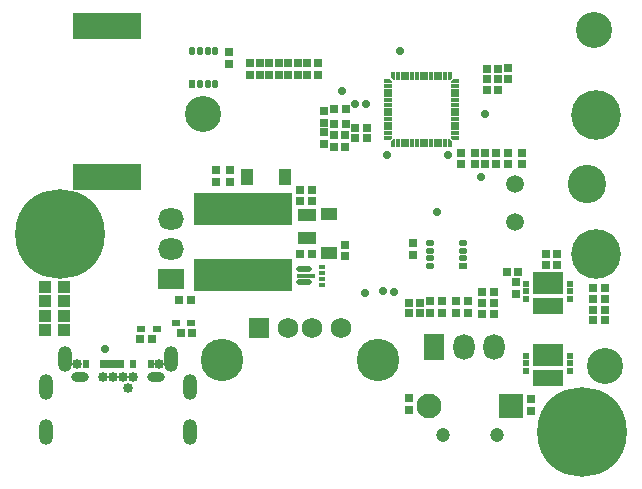
<source format=gts>
G04*
G04 #@! TF.GenerationSoftware,Altium Limited,Altium Designer,20.0.7 (75)*
G04*
G04 Layer_Color=8388736*
%FSLAX44Y44*%
%MOMM*%
G71*
G01*
G75*
%ADD34R,0.3000X0.2500*%
%ADD35R,0.2500X0.3000*%
%ADD45R,0.5500X0.8000*%
%ADD46R,0.6800X0.6000*%
%ADD47R,1.1100X1.4200*%
%ADD48R,1.4200X1.1100*%
%ADD49R,1.0000X1.0000*%
%ADD50R,0.8000X0.7000*%
%ADD51R,0.7000X0.8000*%
%ADD52R,0.7000X0.7000*%
%ADD53R,0.7000X0.7000*%
%ADD54R,1.5000X1.1000*%
%ADD55C,0.7000*%
%ADD56R,5.8000X2.2000*%
%ADD57R,8.4000X2.8000*%
%ADD58R,0.5400X0.7400*%
%ADD59O,0.5400X0.7400*%
%ADD60R,0.6900X0.3100*%
%ADD61R,0.3100X0.6900*%
%ADD62O,0.7400X0.5400*%
%ADD63R,0.7400X0.5400*%
%ADD64C,3.0480*%
%ADD65R,0.5400X0.5400*%
%ADD66R,2.6400X1.3400*%
%ADD67R,2.6400X1.9400*%
G04:AMPARAMS|DCode=68|XSize=1.29mm|YSize=0.49mm|CornerRadius=0.1575mm|HoleSize=0mm|Usage=FLASHONLY|Rotation=0.000|XOffset=0mm|YOffset=0mm|HoleType=Round|Shape=RoundedRectangle|*
%AMROUNDEDRECTD68*
21,1,1.2900,0.1750,0,0,0.0*
21,1,0.9750,0.4900,0,0,0.0*
1,1,0.3150,0.4875,-0.0875*
1,1,0.3150,-0.4875,-0.0875*
1,1,0.3150,-0.4875,0.0875*
1,1,0.3150,0.4875,0.0875*
%
%ADD68ROUNDEDRECTD68*%
G04:AMPARAMS|DCode=69|XSize=1.6025mm|YSize=0.34mm|CornerRadius=0.12mm|HoleSize=0mm|Usage=FLASHONLY|Rotation=0.000|XOffset=0mm|YOffset=0mm|HoleType=Round|Shape=RoundedRectangle|*
%AMROUNDEDRECTD69*
21,1,1.6025,0.1000,0,0,0.0*
21,1,1.3625,0.3400,0,0,0.0*
1,1,0.2400,0.6813,-0.0500*
1,1,0.2400,-0.6813,-0.0500*
1,1,0.2400,-0.6813,0.0500*
1,1,0.2400,0.6813,0.0500*
%
%ADD69ROUNDEDRECTD69*%
G04:AMPARAMS|DCode=70|XSize=0.59mm|YSize=0.39mm|CornerRadius=0.1325mm|HoleSize=0mm|Usage=FLASHONLY|Rotation=0.000|XOffset=0mm|YOffset=0mm|HoleType=Round|Shape=RoundedRectangle|*
%AMROUNDEDRECTD70*
21,1,0.5900,0.1250,0,0,0.0*
21,1,0.3250,0.3900,0,0,0.0*
1,1,0.2650,0.1625,-0.0625*
1,1,0.2650,-0.1625,-0.0625*
1,1,0.2650,-0.1625,0.0625*
1,1,0.2650,0.1625,0.0625*
%
%ADD70ROUNDEDRECTD70*%
%ADD71C,0.8500*%
%ADD72O,1.2000X2.2000*%
%ADD73O,1.5000X0.8500*%
%ADD74R,1.7450X1.7450*%
%ADD75C,1.7450*%
%ADD76C,3.5960*%
%ADD77C,4.2000*%
%ADD78C,1.5080*%
%ADD79C,2.1000*%
%ADD80C,1.2000*%
%ADD81R,2.1000X2.1000*%
%ADD82O,2.2000X1.8000*%
%ADD83R,2.2000X1.8000*%
%ADD84O,1.8000X2.2000*%
%ADD85R,1.8000X2.2000*%
%ADD86C,7.6000*%
%ADD87C,3.2500*%
G36*
X304809Y286946D02*
X304865Y286928D01*
X304918Y286901D01*
X304963Y286863D01*
X305001Y286817D01*
X305029Y286765D01*
X305046Y286709D01*
X305051Y286650D01*
Y285550D01*
X305046Y285491D01*
X305033Y285448D01*
X305029Y285434D01*
X305001Y285382D01*
X304963Y285337D01*
X303563Y283937D01*
X303518Y283899D01*
X303465Y283871D01*
X303409Y283854D01*
X303350Y283848D01*
X298450D01*
X298391Y283854D01*
X298335Y283871D01*
X298283Y283899D01*
X298237Y283937D01*
X298199Y283982D01*
X298172Y284035D01*
X298154Y284091D01*
X298149Y284150D01*
Y286650D01*
X298154Y286709D01*
X298172Y286765D01*
X298199Y286817D01*
X298237Y286863D01*
X298283Y286901D01*
X298335Y286928D01*
X298391Y286946D01*
X298450Y286951D01*
X304750D01*
X304809Y286946D01*
D02*
G37*
G36*
X307309Y284446D02*
X307365Y284428D01*
X307418Y284401D01*
X307463Y284363D01*
X307501Y284317D01*
X307529Y284265D01*
X307546Y284209D01*
X307551Y284150D01*
Y277850D01*
X307546Y277791D01*
X307529Y277735D01*
X307501Y277682D01*
X307463Y277637D01*
X307418Y277599D01*
X307365Y277571D01*
X307309Y277554D01*
X307250Y277548D01*
X304750D01*
X304691Y277554D01*
X304635Y277571D01*
X304583Y277599D01*
X304537Y277637D01*
X304499Y277682D01*
X304472Y277735D01*
X304454Y277791D01*
X304449Y277850D01*
Y282750D01*
X304454Y282809D01*
X304468Y282852D01*
X304472Y282865D01*
X304499Y282917D01*
X304537Y282963D01*
X305937Y284363D01*
X305983Y284401D01*
X306035Y284428D01*
X306091Y284446D01*
X306150Y284451D01*
X307250D01*
X307309Y284446D01*
D02*
G37*
G36*
X361609Y286946D02*
X361665Y286928D01*
X361717Y286901D01*
X361763Y286863D01*
X361801Y286817D01*
X361829Y286765D01*
X361846Y286709D01*
X361852Y286650D01*
Y284150D01*
X361846Y284091D01*
X361829Y284035D01*
X361801Y283982D01*
X361763Y283937D01*
X361717Y283899D01*
X361665Y283871D01*
X361609Y283854D01*
X361550Y283848D01*
X356650D01*
X356591Y283854D01*
X356548Y283867D01*
X356535Y283871D01*
X356483Y283899D01*
X356437Y283937D01*
X355037Y285337D01*
X354999Y285382D01*
X354972Y285434D01*
X354954Y285491D01*
X354949Y285550D01*
Y286650D01*
X354954Y286709D01*
X354972Y286765D01*
X354999Y286817D01*
X355037Y286863D01*
X355083Y286901D01*
X355135Y286928D01*
X355191Y286946D01*
X355250Y286951D01*
X361550D01*
X361609Y286946D01*
D02*
G37*
G36*
X353909Y284446D02*
X353952Y284432D01*
X353965Y284428D01*
X354018Y284401D01*
X354063Y284363D01*
X355463Y282963D01*
X355501Y282917D01*
X355529Y282865D01*
X355546Y282809D01*
X355551Y282750D01*
Y277850D01*
X355546Y277791D01*
X355529Y277735D01*
X355501Y277682D01*
X355463Y277637D01*
X355418Y277599D01*
X355365Y277571D01*
X355309Y277554D01*
X355250Y277548D01*
X352750D01*
X352691Y277554D01*
X352635Y277571D01*
X352583Y277599D01*
X352537Y277637D01*
X352499Y277682D01*
X352472Y277735D01*
X352454Y277791D01*
X352449Y277850D01*
Y284150D01*
X352454Y284209D01*
X352472Y284265D01*
X352499Y284317D01*
X352537Y284363D01*
X352583Y284401D01*
X352635Y284428D01*
X352691Y284446D01*
X352750Y284451D01*
X353850D01*
X353909Y284446D01*
D02*
G37*
G36*
X307309Y341246D02*
X307365Y341228D01*
X307418Y341201D01*
X307463Y341163D01*
X307501Y341117D01*
X307529Y341065D01*
X307546Y341009D01*
X307551Y340950D01*
Y334650D01*
X307546Y334591D01*
X307529Y334534D01*
X307501Y334482D01*
X307463Y334437D01*
X307418Y334399D01*
X307365Y334371D01*
X307309Y334354D01*
X307250Y334348D01*
X306150D01*
X306091Y334354D01*
X306048Y334367D01*
X306035Y334371D01*
X305983Y334399D01*
X305937Y334437D01*
X304537Y335837D01*
X304499Y335882D01*
X304472Y335934D01*
X304454Y335991D01*
X304449Y336050D01*
Y340950D01*
X304454Y341009D01*
X304472Y341065D01*
X304499Y341117D01*
X304537Y341163D01*
X304583Y341201D01*
X304635Y341228D01*
X304691Y341246D01*
X304750Y341251D01*
X307250D01*
X307309Y341246D01*
D02*
G37*
G36*
X303409Y334946D02*
X303452Y334932D01*
X303465Y334928D01*
X303518Y334901D01*
X303563Y334863D01*
X304963Y333463D01*
X305001Y333417D01*
X305029Y333365D01*
X305046Y333309D01*
X305051Y333250D01*
Y332150D01*
X305046Y332091D01*
X305029Y332034D01*
X305001Y331982D01*
X304963Y331937D01*
X304918Y331899D01*
X304865Y331871D01*
X304809Y331854D01*
X304750Y331848D01*
X298450D01*
X298391Y331854D01*
X298335Y331871D01*
X298283Y331899D01*
X298237Y331937D01*
X298199Y331982D01*
X298172Y332034D01*
X298154Y332091D01*
X298149Y332150D01*
Y334650D01*
X298154Y334709D01*
X298172Y334765D01*
X298199Y334817D01*
X298237Y334863D01*
X298283Y334901D01*
X298335Y334928D01*
X298391Y334946D01*
X298450Y334951D01*
X303350D01*
X303409Y334946D01*
D02*
G37*
G36*
X355309Y341245D02*
X355365Y341228D01*
X355418Y341200D01*
X355463Y341163D01*
X355501Y341117D01*
X355529Y341065D01*
X355546Y341009D01*
X355551Y340950D01*
Y336050D01*
X355546Y335991D01*
X355533Y335948D01*
X355529Y335934D01*
X355501Y335882D01*
X355463Y335837D01*
X354063Y334437D01*
X354018Y334399D01*
X353965Y334371D01*
X353909Y334354D01*
X353850Y334348D01*
X352750D01*
X352691Y334354D01*
X352635Y334371D01*
X352583Y334399D01*
X352537Y334437D01*
X352499Y334482D01*
X352472Y334534D01*
X352454Y334591D01*
X352449Y334650D01*
Y340950D01*
X352454Y341009D01*
X352472Y341065D01*
X352499Y341117D01*
X352537Y341163D01*
X352583Y341200D01*
X352635Y341228D01*
X352691Y341245D01*
X352750Y341251D01*
X355250D01*
X355309Y341245D01*
D02*
G37*
G36*
X361609Y334945D02*
X361665Y334928D01*
X361717Y334901D01*
X361763Y334863D01*
X361801Y334817D01*
X361829Y334765D01*
X361846Y334709D01*
X361852Y334650D01*
Y332150D01*
X361846Y332091D01*
X361829Y332034D01*
X361801Y331982D01*
X361763Y331937D01*
X361717Y331899D01*
X361665Y331871D01*
X361609Y331854D01*
X361550Y331848D01*
X355250D01*
X355191Y331854D01*
X355135Y331871D01*
X355083Y331899D01*
X355037Y331937D01*
X354999Y331982D01*
X354972Y332034D01*
X354954Y332091D01*
X354949Y332150D01*
Y333250D01*
X354954Y333309D01*
X354967Y333352D01*
X354972Y333365D01*
X354999Y333417D01*
X355037Y333463D01*
X356437Y334863D01*
X356483Y334901D01*
X356535Y334928D01*
X356591Y334945D01*
X356650Y334951D01*
X361550D01*
X361609Y334945D01*
D02*
G37*
D34*
X301600Y333400D02*
D03*
X358400D02*
D03*
Y285400D02*
D03*
X301600Y285400D02*
D03*
D35*
X306000Y337800D02*
D03*
X354000D02*
D03*
Y281000D02*
D03*
X306000D02*
D03*
D45*
X45500Y94000D02*
D03*
X60500D02*
D03*
X65500D02*
D03*
X70500D02*
D03*
X75500D02*
D03*
X85500D02*
D03*
X100500D02*
D03*
D46*
X106000Y124000D02*
D03*
X92800D02*
D03*
X121800Y129000D02*
D03*
X135000D02*
D03*
D47*
X182000Y252000D02*
D03*
X214700D02*
D03*
D48*
X252000Y188300D02*
D03*
Y221000D02*
D03*
D49*
X27000Y123000D02*
D03*
X11000D02*
D03*
Y135000D02*
D03*
X27000D02*
D03*
Y147000D02*
D03*
X11000D02*
D03*
Y159000D02*
D03*
X27000D02*
D03*
D50*
X242000Y349000D02*
D03*
Y339000D02*
D03*
X410000Y153000D02*
D03*
Y163000D02*
D03*
X415000Y263000D02*
D03*
Y273000D02*
D03*
X393000Y263000D02*
D03*
Y273000D02*
D03*
X391000Y146000D02*
D03*
Y136000D02*
D03*
X375000Y263000D02*
D03*
Y273000D02*
D03*
X423000Y54000D02*
D03*
Y64000D02*
D03*
X247000Y298000D02*
D03*
Y308000D02*
D03*
Y280000D02*
D03*
Y290000D02*
D03*
X265000Y288000D02*
D03*
Y278000D02*
D03*
X168000Y258000D02*
D03*
Y248000D02*
D03*
X156000D02*
D03*
Y258000D02*
D03*
X323000Y186000D02*
D03*
Y196000D02*
D03*
X381000Y146000D02*
D03*
Y136000D02*
D03*
D51*
X485000Y131000D02*
D03*
X475000D02*
D03*
Y158000D02*
D03*
X485000D02*
D03*
X412000Y172000D02*
D03*
X402000D02*
D03*
X435000Y178000D02*
D03*
X445000D02*
D03*
Y187000D02*
D03*
X435000D02*
D03*
X395000Y344000D02*
D03*
X385000D02*
D03*
Y326000D02*
D03*
X395000D02*
D03*
X347000Y137000D02*
D03*
X337000D02*
D03*
X266000Y297000D02*
D03*
X256000D02*
D03*
X274000Y294000D02*
D03*
X284000D02*
D03*
Y285000D02*
D03*
X274000D02*
D03*
X319000Y146000D02*
D03*
X329000D02*
D03*
X347000Y147000D02*
D03*
X337000D02*
D03*
X237000Y241000D02*
D03*
X227000D02*
D03*
X391000Y155000D02*
D03*
X381000D02*
D03*
X359000Y137000D02*
D03*
X369000D02*
D03*
D52*
X135000Y148000D02*
D03*
X125000D02*
D03*
X475000Y140000D02*
D03*
X485000D02*
D03*
X475000Y149000D02*
D03*
X485000D02*
D03*
X136000Y120000D02*
D03*
X126000D02*
D03*
X385000Y335000D02*
D03*
X395000D02*
D03*
X256000Y310000D02*
D03*
X266000D02*
D03*
X329000Y137000D02*
D03*
X319000D02*
D03*
X227000Y232000D02*
D03*
X237000D02*
D03*
X369000Y147000D02*
D03*
X359000D02*
D03*
X227000Y187000D02*
D03*
X237000D02*
D03*
X92000Y115000D02*
D03*
X102000D02*
D03*
D53*
X167000Y358000D02*
D03*
Y348000D02*
D03*
X217000Y349000D02*
D03*
Y339000D02*
D03*
X225000D02*
D03*
Y349000D02*
D03*
X185000D02*
D03*
Y339000D02*
D03*
X193000D02*
D03*
Y349000D02*
D03*
X201000D02*
D03*
Y339000D02*
D03*
X209000D02*
D03*
Y349000D02*
D03*
X233000D02*
D03*
Y339000D02*
D03*
X403000Y345000D02*
D03*
Y335000D02*
D03*
Y263000D02*
D03*
Y273000D02*
D03*
X384000Y263000D02*
D03*
Y273000D02*
D03*
X363000D02*
D03*
Y263000D02*
D03*
X265000Y195000D02*
D03*
Y185000D02*
D03*
X256000Y288000D02*
D03*
Y278000D02*
D03*
X319000Y55000D02*
D03*
Y65000D02*
D03*
D54*
X233000Y220000D02*
D03*
Y201000D02*
D03*
D55*
X283000Y314000D02*
D03*
X263000Y325000D02*
D03*
X274000Y314000D02*
D03*
X312000Y359000D02*
D03*
X384000Y306000D02*
D03*
X380000Y252000D02*
D03*
X352000Y271000D02*
D03*
X301000D02*
D03*
X343000Y223000D02*
D03*
X307000Y155000D02*
D03*
X297000Y156000D02*
D03*
X282000Y154000D02*
D03*
X62000Y107000D02*
D03*
D56*
X64000Y380000D02*
D03*
Y252000D02*
D03*
D57*
X179000Y169000D02*
D03*
Y225000D02*
D03*
D58*
X136000Y331000D02*
D03*
D59*
X142500D02*
D03*
X149000D02*
D03*
X155500D02*
D03*
X136000Y359000D02*
D03*
X142500D02*
D03*
X149000D02*
D03*
X155500D02*
D03*
D60*
X301600Y289400D02*
D03*
Y293400D02*
D03*
Y297400D02*
D03*
Y301400D02*
D03*
Y305400D02*
D03*
Y309400D02*
D03*
Y313400D02*
D03*
Y317400D02*
D03*
Y321400D02*
D03*
Y325400D02*
D03*
Y329400D02*
D03*
X358400D02*
D03*
Y325400D02*
D03*
Y321400D02*
D03*
Y317400D02*
D03*
Y313400D02*
D03*
Y309400D02*
D03*
Y305400D02*
D03*
Y301400D02*
D03*
Y297400D02*
D03*
Y293400D02*
D03*
Y289400D02*
D03*
D61*
X310000Y337800D02*
D03*
X314000D02*
D03*
X318000D02*
D03*
X322000D02*
D03*
X326000D02*
D03*
X330000D02*
D03*
X334000D02*
D03*
X338000D02*
D03*
X342000D02*
D03*
X346000D02*
D03*
X350000D02*
D03*
Y281000D02*
D03*
X346000D02*
D03*
X342000D02*
D03*
X338000D02*
D03*
X334000D02*
D03*
X330000D02*
D03*
X326000D02*
D03*
X322000D02*
D03*
X318000D02*
D03*
X314000D02*
D03*
X310000D02*
D03*
D62*
X337000Y196500D02*
D03*
Y190000D02*
D03*
Y183500D02*
D03*
Y177000D02*
D03*
X365000Y196500D02*
D03*
Y190000D02*
D03*
Y183500D02*
D03*
D63*
Y177000D02*
D03*
D64*
X485000Y92000D02*
D03*
X476000Y377000D02*
D03*
X145000Y306000D02*
D03*
D65*
X418000Y162000D02*
D03*
Y155500D02*
D03*
Y149000D02*
D03*
X456000Y149000D02*
D03*
Y162000D02*
D03*
Y155500D02*
D03*
X418000Y101000D02*
D03*
Y94500D02*
D03*
Y88000D02*
D03*
X456000Y88000D02*
D03*
Y101000D02*
D03*
Y94500D02*
D03*
D66*
X437000Y143000D02*
D03*
Y82000D02*
D03*
D67*
Y162500D02*
D03*
Y101500D02*
D03*
D68*
X230500Y174000D02*
D03*
Y163000D02*
D03*
D69*
X232000Y168500D02*
D03*
D70*
X246000Y171000D02*
D03*
Y166000D02*
D03*
Y161000D02*
D03*
Y176000D02*
D03*
D71*
X60000Y82600D02*
D03*
X69000D02*
D03*
X77000D02*
D03*
X86000D02*
D03*
X81500Y73600D02*
D03*
X38500Y94000D02*
D03*
X107500D02*
D03*
D72*
X12250Y36000D02*
D03*
X133750D02*
D03*
X12250Y74600D02*
D03*
X133750D02*
D03*
X28350Y98000D02*
D03*
X117650D02*
D03*
D73*
X41000Y82600D02*
D03*
X105000D02*
D03*
D74*
X192000Y124100D02*
D03*
D75*
X217000D02*
D03*
X237000D02*
D03*
X262000D02*
D03*
D76*
X161300Y97000D02*
D03*
X292700D02*
D03*
D77*
X478000Y305000D02*
D03*
Y187000D02*
D03*
D78*
X409000Y213800D02*
D03*
Y246200D02*
D03*
D79*
X336000Y58500D02*
D03*
D80*
X348500Y33500D02*
D03*
X393500D02*
D03*
D81*
X406000Y58500D02*
D03*
D82*
X118000Y217000D02*
D03*
Y191600D02*
D03*
D83*
Y166200D02*
D03*
D84*
X391400Y108000D02*
D03*
X366000D02*
D03*
D85*
X340600D02*
D03*
D86*
X24000Y204000D02*
D03*
X466000Y36000D02*
D03*
D87*
X470000Y246000D02*
D03*
M02*

</source>
